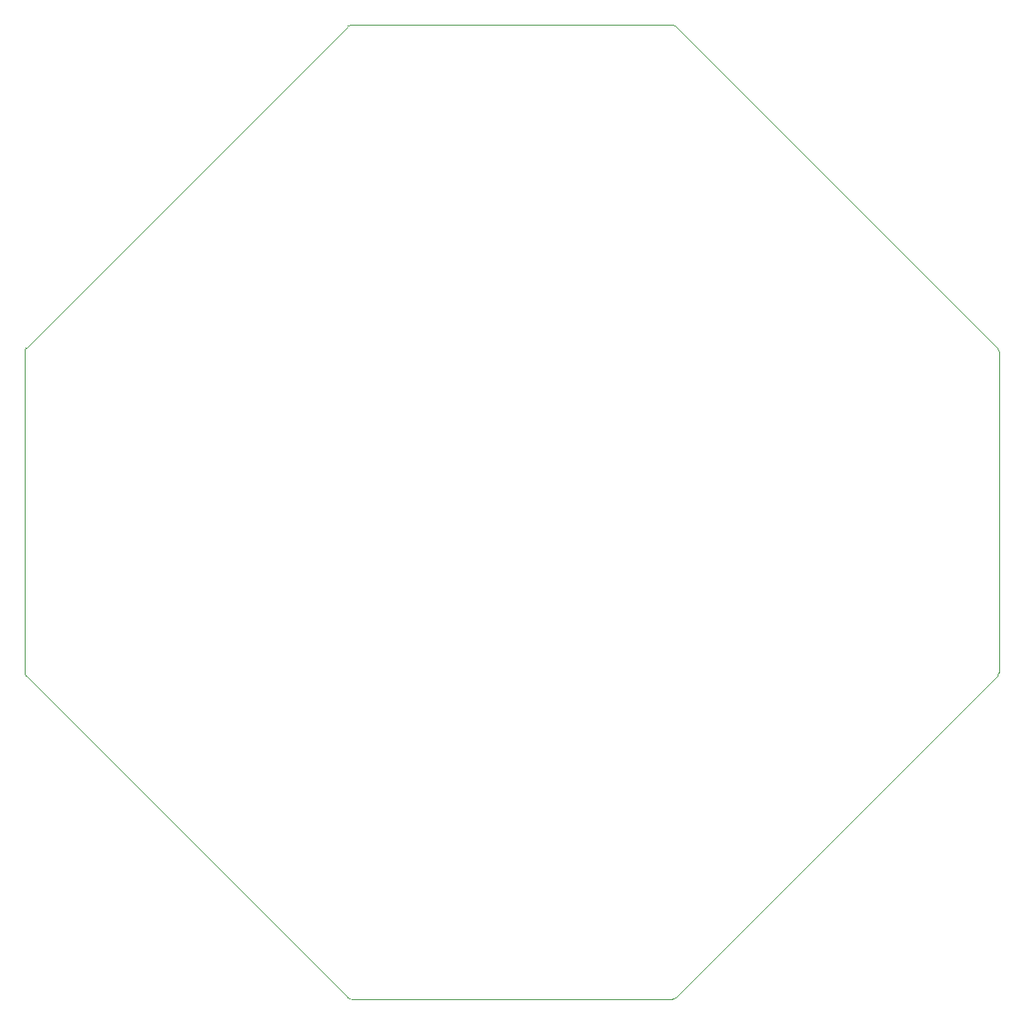
<source format=gbr>
%TF.GenerationSoftware,KiCad,Pcbnew,5.1.10*%
%TF.CreationDate,2021-07-04T18:04:24+02:00*%
%TF.ProjectId,test_10,74657374-5f31-4302-9e6b-696361645f70,0.1*%
%TF.SameCoordinates,Original*%
%TF.FileFunction,Profile,NP*%
%FSLAX46Y46*%
G04 Gerber Fmt 4.6, Leading zero omitted, Abs format (unit mm)*
G04 Created by KiCad (PCBNEW 5.1.10) date 2021-07-04 18:04:24*
%MOMM*%
%LPD*%
G01*
G04 APERTURE LIST*
%TA.AperFunction,Profile*%
%ADD10C,0.050000*%
%TD*%
G04 APERTURE END LIST*
D10*
X449844109Y-266826310D02*
G75*
G03*
X450000000Y-266470000I-304109J345310D01*
G01*
X383173690Y-299844109D02*
G75*
G03*
X383530000Y-300000000I345310J304109D01*
G01*
X350155891Y-233173690D02*
G75*
G03*
X350000000Y-233530000I304109J-345310D01*
G01*
X416826310Y-200155891D02*
G75*
G03*
X416470000Y-200000000I-345310J-304109D01*
G01*
X383173690Y-200155891D02*
G75*
G02*
X383530000Y-200000000I345310J-304109D01*
G01*
X416826310Y-299844109D02*
G75*
G02*
X416470000Y-300000000I-345310J304109D01*
G01*
X350155891Y-266826310D02*
G75*
G02*
X350000000Y-266470000I304109J345310D01*
G01*
X449844109Y-233173690D02*
G75*
G02*
X450000000Y-233530000I-304109J-345310D01*
G01*
X449844109Y-266826310D02*
X416826310Y-299844109D01*
X350155891Y-233173630D02*
X383173690Y-200155891D01*
X383173690Y-299844109D02*
X350155891Y-266826310D01*
X416826310Y-200153891D02*
X449844109Y-233173690D01*
X350000000Y-266470000D02*
X350000000Y-233530000D01*
X416470000Y-300000000D02*
X383530000Y-300000000D01*
X450000000Y-233530000D02*
X450000000Y-266470000D01*
X383530000Y-200000000D02*
X416470000Y-200000000D01*
M02*

</source>
